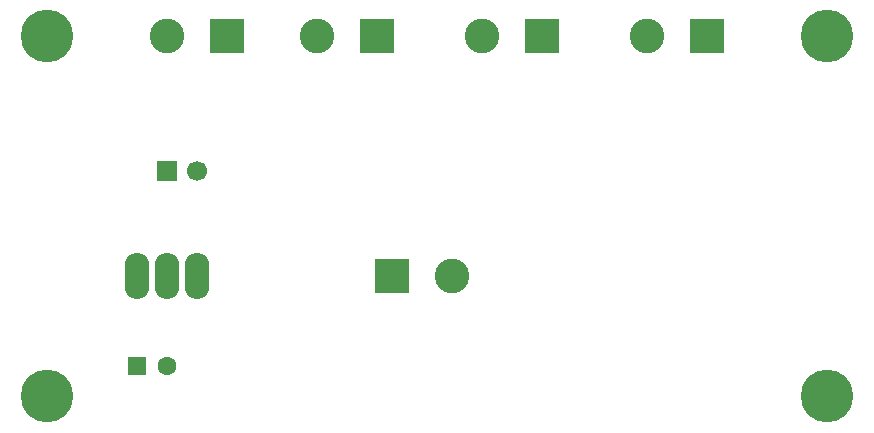
<source format=gbr>
G04 #@! TF.FileFunction,Soldermask,Bot*
%FSLAX46Y46*%
G04 Gerber Fmt 4.6, Leading zero omitted, Abs format (unit mm)*
G04 Created by KiCad (PCBNEW 4.0.2+dfsg1-2~bpo8+1-stable) date Wed 12 Jul 2017 11:55:26 PM EEST*
%MOMM*%
G01*
G04 APERTURE LIST*
%ADD10C,0.050000*%
%ADD11R,1.600000X1.600000*%
%ADD12C,1.600000*%
%ADD13R,1.700000X1.700000*%
%ADD14C,1.700000*%
%ADD15R,2.940000X2.940000*%
%ADD16C,2.940000*%
%ADD17O,2.099260X3.900120*%
%ADD18C,4.464000*%
G04 APERTURE END LIST*
D10*
D11*
X125730000Y-118110000D03*
D12*
X128230000Y-118110000D03*
D13*
X128270000Y-101600000D03*
D14*
X130770000Y-101600000D03*
D15*
X147320000Y-110490000D03*
D16*
X152400000Y-110490000D03*
D15*
X146050000Y-90170000D03*
D16*
X140970000Y-90170000D03*
D15*
X133350000Y-90170000D03*
D16*
X128270000Y-90170000D03*
D15*
X173990000Y-90170000D03*
D16*
X168910000Y-90170000D03*
D15*
X160020000Y-90170000D03*
D16*
X154940000Y-90170000D03*
D17*
X128270000Y-110490000D03*
X130810000Y-110490000D03*
X125730000Y-110490000D03*
D18*
X184150000Y-90170000D03*
X118110000Y-90170000D03*
X118110000Y-120650000D03*
X184150000Y-120650000D03*
M02*

</source>
